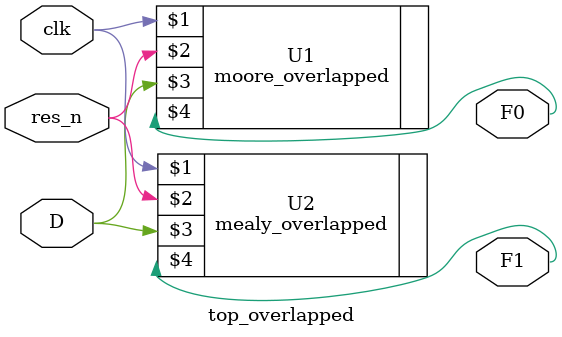
<source format=sv>
module top_overlapped (clk, res_n, D, F0, F1);

input logic clk, res_n, D;
output logic 		 F0, F1;

moore_overlapped U1 (clk, res_n, D, F0);
mealy_overlapped U2 (clk, res_n, D, F1);

endmodule

</source>
